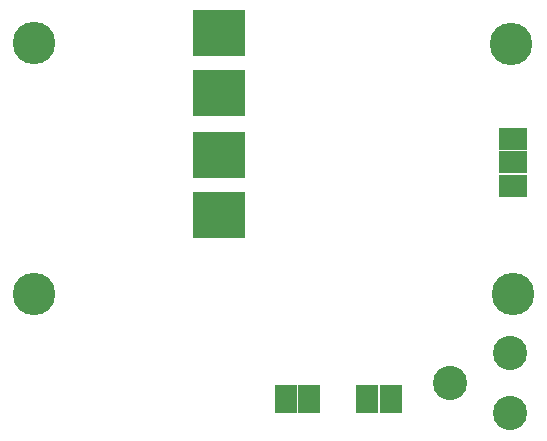
<source format=gbr>
G04 #@! TF.FileFunction,Soldermask,Bot*
%FSLAX46Y46*%
G04 Gerber Fmt 4.6, Leading zero omitted, Abs format (unit mm)*
G04 Created by KiCad (PCBNEW 4.0.7) date Monday, January 25, 2021 'AMt' 11:59:33 AM*
%MOMM*%
%LPD*%
G01*
G04 APERTURE LIST*
%ADD10C,0.100000*%
%ADD11C,3.600000*%
%ADD12R,2.400000X1.900000*%
%ADD13R,1.900000X2.400000*%
%ADD14R,4.400000X3.900000*%
%ADD15C,2.900000*%
G04 APERTURE END LIST*
D10*
D11*
X111750000Y-96500000D03*
X111900000Y-117600000D03*
X71400000Y-117600000D03*
X71400000Y-96400000D03*
D12*
X111900000Y-108500000D03*
X111900000Y-106500000D03*
X111900000Y-104500000D03*
D13*
X92700000Y-126500000D03*
X94700000Y-126500000D03*
X99600000Y-126500000D03*
X101600000Y-126500000D03*
D14*
X87000000Y-100640000D03*
X87000000Y-95560000D03*
X87000000Y-110940000D03*
X87000000Y-105860000D03*
D15*
X111700000Y-122660000D03*
X111700000Y-127740000D03*
X106620000Y-125200000D03*
M02*

</source>
